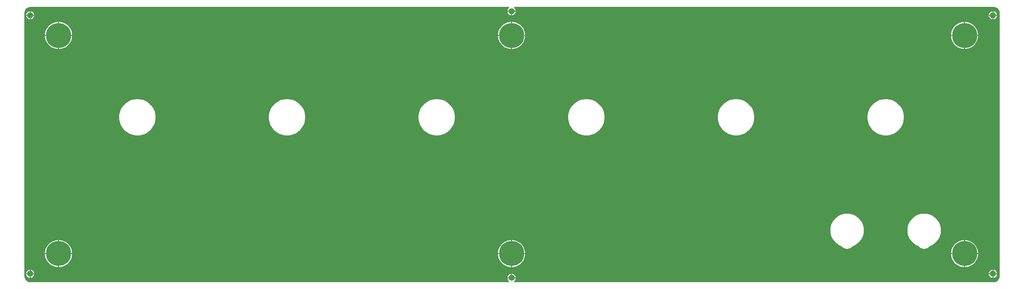
<source format=gbl>
G04*
G04 #@! TF.GenerationSoftware,Altium Limited,Altium Designer,25.8.1 (18)*
G04*
G04 Layer_Physical_Order=2*
G04 Layer_Color=16711680*
%FSLAX44Y44*%
%MOMM*%
G71*
G04*
G04 #@! TF.SameCoordinates,F476F1D3-1EEA-4DE3-8D48-3B5DE2A39FBC*
G04*
G04*
G04 #@! TF.FilePolarity,Positive*
G04*
G01*
G75*
%ADD14C,1.5000*%
%ADD15C,6.2000*%
G36*
X-6727Y340642D02*
X-6046Y338102D01*
X-6165Y338034D01*
X-8034Y336165D01*
X-9356Y333875D01*
X-10040Y331322D01*
Y331270D01*
X10040D01*
Y331322D01*
X9356Y333875D01*
X8034Y336165D01*
X6165Y338034D01*
X6046Y338102D01*
X6727Y340642D01*
X1192225Y340642D01*
X1195303Y340339D01*
X1197998Y339521D01*
X1200481Y338194D01*
X1202658Y336408D01*
X1204445Y334231D01*
X1205772Y331747D01*
X1206590Y329052D01*
X1206893Y325974D01*
Y-325975D01*
X1206590Y-329053D01*
X1205772Y-331748D01*
X1204445Y-334231D01*
X1202658Y-336408D01*
X1200481Y-338194D01*
X1197998Y-339522D01*
X1195303Y-340339D01*
X1192225Y-340642D01*
X6727Y-340642D01*
X6047Y-338102D01*
X6165Y-338034D01*
X8034Y-336165D01*
X9356Y-333875D01*
X10040Y-331322D01*
Y-331270D01*
X-10040D01*
Y-331322D01*
X-9356Y-333875D01*
X-8034Y-336165D01*
X-6165Y-338034D01*
X-6047Y-338102D01*
X-6727Y-340642D01*
X-1189724Y-340642D01*
X-1192802Y-340339D01*
X-1195497Y-339521D01*
X-1197980Y-338194D01*
X-1200157Y-336408D01*
X-1201944Y-334230D01*
X-1203271Y-331747D01*
X-1204089Y-329052D01*
X-1204392Y-325974D01*
Y325975D01*
X-1204089Y329053D01*
X-1203271Y331748D01*
X-1201944Y334231D01*
X-1200157Y336408D01*
X-1197980Y338194D01*
X-1195497Y339522D01*
X-1192802Y340339D01*
X-1189724Y340643D01*
X-6727Y340642D01*
D02*
G37*
%LPC*%
G36*
X1191322Y330040D02*
X1191270D01*
Y321270D01*
X1200040D01*
Y321322D01*
X1199356Y323875D01*
X1198034Y326165D01*
X1196165Y328034D01*
X1193875Y329356D01*
X1191322Y330040D01*
D02*
G37*
G36*
X1188730D02*
X1188678D01*
X1186125Y329356D01*
X1183835Y328034D01*
X1181966Y326165D01*
X1180644Y323875D01*
X1179960Y321322D01*
Y321270D01*
X1188730D01*
Y330040D01*
D02*
G37*
G36*
X-1188678D02*
X-1188730D01*
Y321270D01*
X-1179960D01*
Y321322D01*
X-1180644Y323875D01*
X-1181966Y326165D01*
X-1183835Y328034D01*
X-1186125Y329356D01*
X-1188678Y330040D01*
D02*
G37*
G36*
X-1191270D02*
X-1191322D01*
X-1193875Y329356D01*
X-1196165Y328034D01*
X-1198034Y326165D01*
X-1199356Y323875D01*
X-1200040Y321322D01*
Y321270D01*
X-1191270D01*
Y330040D01*
D02*
G37*
G36*
X10040Y328730D02*
X1270D01*
Y319960D01*
X1322D01*
X3875Y320644D01*
X6165Y321966D01*
X8034Y323835D01*
X9356Y326125D01*
X10040Y328678D01*
Y328730D01*
D02*
G37*
G36*
X-1270D02*
X-10040D01*
Y328678D01*
X-9356Y326125D01*
X-8034Y323835D01*
X-6165Y321966D01*
X-3875Y320644D01*
X-1322Y319960D01*
X-1270D01*
Y328730D01*
D02*
G37*
G36*
X1200040Y318730D02*
X1191270D01*
Y309960D01*
X1191322D01*
X1193875Y310644D01*
X1196165Y311966D01*
X1198034Y313835D01*
X1199356Y316125D01*
X1200040Y318678D01*
Y318730D01*
D02*
G37*
G36*
X1188730D02*
X1179960D01*
Y318678D01*
X1180644Y316125D01*
X1181966Y313835D01*
X1183835Y311966D01*
X1186125Y310644D01*
X1188678Y309960D01*
X1188730D01*
Y318730D01*
D02*
G37*
G36*
X-1179960D02*
X-1188730D01*
Y309960D01*
X-1188678D01*
X-1186125Y310644D01*
X-1183835Y311966D01*
X-1181966Y313835D01*
X-1180644Y316125D01*
X-1179960Y318678D01*
Y318730D01*
D02*
G37*
G36*
X-1191270D02*
X-1200040D01*
Y318678D01*
X-1199356Y316125D01*
X-1198034Y313835D01*
X-1196165Y311966D01*
X-1193875Y310644D01*
X-1191322Y309960D01*
X-1191270D01*
Y318730D01*
D02*
G37*
G36*
X1122640Y303540D02*
X1121270D01*
Y271270D01*
X1153540D01*
Y272640D01*
X1152714Y277854D01*
X1151083Y282875D01*
X1148686Y287579D01*
X1145583Y291850D01*
X1141850Y295583D01*
X1137579Y298686D01*
X1132875Y301083D01*
X1127854Y302714D01*
X1122640Y303540D01*
D02*
G37*
G36*
X1118730D02*
X1117360D01*
X1112146Y302714D01*
X1107125Y301083D01*
X1102421Y298686D01*
X1098150Y295583D01*
X1094417Y291850D01*
X1091314Y287579D01*
X1088917Y282875D01*
X1087286Y277854D01*
X1086460Y272640D01*
Y271270D01*
X1118730D01*
Y303540D01*
D02*
G37*
G36*
X2640D02*
X1270D01*
Y271270D01*
X33540D01*
Y272640D01*
X32714Y277854D01*
X31083Y282875D01*
X28686Y287579D01*
X25583Y291850D01*
X21850Y295583D01*
X17579Y298686D01*
X12875Y301083D01*
X7854Y302714D01*
X2640Y303540D01*
D02*
G37*
G36*
X-1270D02*
X-2640D01*
X-7854Y302714D01*
X-12875Y301083D01*
X-17579Y298686D01*
X-21850Y295583D01*
X-25583Y291850D01*
X-28686Y287579D01*
X-31083Y282875D01*
X-32714Y277854D01*
X-33540Y272640D01*
Y271270D01*
X-1270D01*
Y303540D01*
D02*
G37*
G36*
X-1117360D02*
X-1118730D01*
Y271270D01*
X-1086460D01*
Y272640D01*
X-1087286Y277854D01*
X-1088917Y282875D01*
X-1091314Y287579D01*
X-1094417Y291850D01*
X-1098150Y295583D01*
X-1102421Y298686D01*
X-1107125Y301083D01*
X-1112146Y302714D01*
X-1117360Y303540D01*
D02*
G37*
G36*
X-1121270D02*
X-1122640D01*
X-1127854Y302714D01*
X-1132875Y301083D01*
X-1137579Y298686D01*
X-1141850Y295583D01*
X-1145583Y291850D01*
X-1148686Y287579D01*
X-1151083Y282875D01*
X-1152714Y277854D01*
X-1153540Y272640D01*
Y271270D01*
X-1121270D01*
Y303540D01*
D02*
G37*
G36*
X1153540Y268730D02*
X1121270D01*
Y236460D01*
X1122640D01*
X1127854Y237286D01*
X1132875Y238917D01*
X1137579Y241314D01*
X1141850Y244417D01*
X1145583Y248150D01*
X1148686Y252421D01*
X1151083Y257125D01*
X1152714Y262146D01*
X1153540Y267360D01*
Y268730D01*
D02*
G37*
G36*
X1118730D02*
X1086460D01*
Y267360D01*
X1087286Y262146D01*
X1088917Y257125D01*
X1091314Y252421D01*
X1094417Y248150D01*
X1098150Y244417D01*
X1102421Y241314D01*
X1107125Y238917D01*
X1112146Y237286D01*
X1117360Y236460D01*
X1118730D01*
Y268730D01*
D02*
G37*
G36*
X33540D02*
X1270D01*
Y236460D01*
X2640D01*
X7854Y237286D01*
X12875Y238917D01*
X17579Y241314D01*
X21850Y244417D01*
X25583Y248150D01*
X28686Y252421D01*
X31083Y257125D01*
X32714Y262146D01*
X33540Y267360D01*
Y268730D01*
D02*
G37*
G36*
X-1270D02*
X-33540D01*
Y267360D01*
X-32714Y262146D01*
X-31083Y257125D01*
X-28686Y252421D01*
X-25583Y248150D01*
X-21850Y244417D01*
X-17579Y241314D01*
X-12875Y238917D01*
X-7854Y237286D01*
X-2640Y236460D01*
X-1270D01*
Y268730D01*
D02*
G37*
G36*
X-1086460D02*
X-1118730D01*
Y236460D01*
X-1117360D01*
X-1112146Y237286D01*
X-1107125Y238917D01*
X-1102421Y241314D01*
X-1098150Y244417D01*
X-1094417Y248150D01*
X-1091314Y252421D01*
X-1088917Y257125D01*
X-1087286Y262146D01*
X-1086460Y267360D01*
Y268730D01*
D02*
G37*
G36*
X-1121270D02*
X-1153540D01*
Y267360D01*
X-1152714Y262146D01*
X-1151083Y257125D01*
X-1148686Y252421D01*
X-1145583Y248150D01*
X-1141850Y244417D01*
X-1137579Y241314D01*
X-1132875Y238917D01*
X-1127854Y237286D01*
X-1122640Y236460D01*
X-1121270D01*
Y268730D01*
D02*
G37*
G36*
X927950Y112500D02*
X922051D01*
X916202Y111730D01*
X910504Y110203D01*
X905054Y107946D01*
X899946Y104996D01*
X895266Y101405D01*
X891095Y97234D01*
X887504Y92554D01*
X884554Y87446D01*
X882297Y81996D01*
X880770Y76298D01*
X880000Y70449D01*
Y64550D01*
X880770Y58702D01*
X882297Y53004D01*
X884554Y47554D01*
X887504Y42446D01*
X891095Y37766D01*
X895266Y33595D01*
X899946Y30004D01*
X905054Y27054D01*
X910504Y24797D01*
X916202Y23270D01*
X922051Y22500D01*
X927950D01*
X933798Y23270D01*
X939496Y24797D01*
X944946Y27054D01*
X950054Y30004D01*
X954734Y33595D01*
X958905Y37766D01*
X962496Y42446D01*
X965446Y47554D01*
X967703Y53004D01*
X969230Y58702D01*
X970000Y64550D01*
Y70449D01*
X969230Y76298D01*
X967703Y81996D01*
X965446Y87446D01*
X962496Y92554D01*
X958905Y97234D01*
X954734Y101405D01*
X950054Y104996D01*
X944946Y107946D01*
X939496Y110203D01*
X933798Y111730D01*
X927950Y112500D01*
D02*
G37*
G36*
X557949D02*
X552051D01*
X546202Y111730D01*
X540504Y110203D01*
X535054Y107946D01*
X529946Y104996D01*
X525266Y101405D01*
X521095Y97234D01*
X517504Y92554D01*
X514554Y87446D01*
X512297Y81996D01*
X510770Y76298D01*
X510000Y70449D01*
Y64550D01*
X510770Y58702D01*
X512297Y53004D01*
X514554Y47554D01*
X517504Y42446D01*
X521095Y37766D01*
X525266Y33595D01*
X529946Y30004D01*
X535054Y27054D01*
X540504Y24797D01*
X546202Y23270D01*
X552051Y22500D01*
X557949D01*
X563798Y23270D01*
X569496Y24797D01*
X574946Y27054D01*
X580054Y30004D01*
X584734Y33595D01*
X588905Y37766D01*
X592496Y42446D01*
X595446Y47554D01*
X597703Y53004D01*
X599230Y58702D01*
X600000Y64550D01*
Y70449D01*
X599230Y76298D01*
X597703Y81996D01*
X595446Y87446D01*
X592496Y92554D01*
X588905Y97234D01*
X584734Y101405D01*
X580054Y104996D01*
X574946Y107946D01*
X569496Y110203D01*
X563798Y111730D01*
X557949Y112500D01*
D02*
G37*
G36*
X187949D02*
X182050D01*
X176202Y111730D01*
X170504Y110203D01*
X165054Y107946D01*
X159946Y104996D01*
X155266Y101405D01*
X151095Y97234D01*
X147504Y92554D01*
X144554Y87446D01*
X142297Y81996D01*
X140770Y76298D01*
X140000Y70449D01*
Y64550D01*
X140770Y58702D01*
X142297Y53004D01*
X144554Y47554D01*
X147504Y42446D01*
X151095Y37766D01*
X155266Y33595D01*
X159946Y30004D01*
X165054Y27054D01*
X170504Y24797D01*
X176202Y23270D01*
X182050Y22500D01*
X187949D01*
X193798Y23270D01*
X199496Y24797D01*
X204946Y27054D01*
X210054Y30004D01*
X214734Y33595D01*
X218905Y37766D01*
X222496Y42446D01*
X225446Y47554D01*
X227703Y53004D01*
X229230Y58702D01*
X230000Y64550D01*
Y70449D01*
X229230Y76298D01*
X227703Y81996D01*
X225446Y87446D01*
X222496Y92554D01*
X218905Y97234D01*
X214734Y101405D01*
X210054Y104996D01*
X204946Y107946D01*
X199496Y110203D01*
X193798Y111730D01*
X187949Y112500D01*
D02*
G37*
G36*
X-182051D02*
X-187950D01*
X-193798Y111730D01*
X-199496Y110203D01*
X-204946Y107946D01*
X-210054Y104996D01*
X-214734Y101405D01*
X-218905Y97234D01*
X-222496Y92554D01*
X-225446Y87446D01*
X-227703Y81996D01*
X-229230Y76298D01*
X-230000Y70449D01*
Y64550D01*
X-229230Y58702D01*
X-227703Y53004D01*
X-225446Y47554D01*
X-222496Y42446D01*
X-218905Y37766D01*
X-214734Y33595D01*
X-210054Y30004D01*
X-204946Y27054D01*
X-199496Y24797D01*
X-193798Y23270D01*
X-187950Y22500D01*
X-182051D01*
X-176202Y23270D01*
X-170504Y24797D01*
X-165054Y27054D01*
X-159946Y30004D01*
X-155266Y33595D01*
X-151095Y37766D01*
X-147504Y42446D01*
X-144554Y47554D01*
X-142297Y53004D01*
X-140770Y58702D01*
X-140000Y64550D01*
Y70449D01*
X-140770Y76298D01*
X-142297Y81996D01*
X-144554Y87446D01*
X-147504Y92554D01*
X-151095Y97234D01*
X-155266Y101405D01*
X-159946Y104996D01*
X-165054Y107946D01*
X-170504Y110203D01*
X-176202Y111730D01*
X-182051Y112500D01*
D02*
G37*
G36*
X-552051D02*
X-557949D01*
X-563798Y111730D01*
X-569496Y110203D01*
X-574946Y107946D01*
X-580054Y104996D01*
X-584734Y101405D01*
X-588905Y97234D01*
X-592496Y92554D01*
X-595446Y87446D01*
X-597703Y81996D01*
X-599230Y76298D01*
X-600000Y70449D01*
Y64550D01*
X-599230Y58702D01*
X-597703Y53004D01*
X-595446Y47554D01*
X-592496Y42446D01*
X-588905Y37766D01*
X-584734Y33595D01*
X-580054Y30004D01*
X-574946Y27054D01*
X-569496Y24797D01*
X-563798Y23270D01*
X-557949Y22500D01*
X-552051D01*
X-546202Y23270D01*
X-540504Y24797D01*
X-535054Y27054D01*
X-529946Y30004D01*
X-525266Y33595D01*
X-521095Y37766D01*
X-517504Y42446D01*
X-514554Y47554D01*
X-512297Y53004D01*
X-510770Y58702D01*
X-510000Y64550D01*
Y70449D01*
X-510770Y76298D01*
X-512297Y81996D01*
X-514554Y87446D01*
X-517504Y92554D01*
X-521095Y97234D01*
X-525266Y101405D01*
X-529946Y104996D01*
X-535054Y107946D01*
X-540504Y110203D01*
X-546202Y111730D01*
X-552051Y112500D01*
D02*
G37*
G36*
X-922051D02*
X-927950D01*
X-933798Y111730D01*
X-939496Y110203D01*
X-944946Y107946D01*
X-950054Y104996D01*
X-954734Y101405D01*
X-958905Y97234D01*
X-962496Y92554D01*
X-965446Y87446D01*
X-967703Y81996D01*
X-969230Y76298D01*
X-970000Y70449D01*
Y64550D01*
X-969230Y58702D01*
X-967703Y53004D01*
X-965446Y47554D01*
X-962496Y42446D01*
X-958905Y37766D01*
X-954734Y33595D01*
X-950054Y30004D01*
X-944946Y27054D01*
X-939496Y24797D01*
X-933798Y23270D01*
X-927950Y22500D01*
X-922051D01*
X-916202Y23270D01*
X-910504Y24797D01*
X-905054Y27054D01*
X-899946Y30004D01*
X-895266Y33595D01*
X-891095Y37766D01*
X-887504Y42446D01*
X-884554Y47554D01*
X-882297Y53004D01*
X-880770Y58702D01*
X-880000Y64550D01*
Y70449D01*
X-880770Y76298D01*
X-882297Y81996D01*
X-884554Y87446D01*
X-887504Y92554D01*
X-891095Y97234D01*
X-895266Y101405D01*
X-899946Y104996D01*
X-905054Y107946D01*
X-910504Y110203D01*
X-916202Y111730D01*
X-922051Y112500D01*
D02*
G37*
G36*
X1020000Y-171162D02*
X1014604Y-171515D01*
X1009301Y-172570D01*
X1004180Y-174308D01*
X999331Y-176700D01*
X994835Y-179704D01*
X990769Y-183269D01*
X987204Y-187335D01*
X984200Y-191831D01*
X981808Y-196681D01*
X980070Y-201801D01*
X979015Y-207104D01*
X978661Y-212500D01*
X979015Y-217896D01*
X980070Y-223199D01*
X981808Y-228320D01*
X984200Y-233169D01*
X987204Y-237665D01*
X990769Y-241731D01*
X994835Y-245296D01*
X999331Y-248300D01*
X1004180Y-250692D01*
X1007185Y-251712D01*
X1008809Y-253691D01*
X1011207Y-255659D01*
X1013944Y-257122D01*
X1016913Y-258022D01*
X1020000Y-258326D01*
X1023087Y-258022D01*
X1026056Y-257122D01*
X1028793Y-255659D01*
X1031191Y-253691D01*
X1032815Y-251712D01*
X1035819Y-250692D01*
X1040669Y-248300D01*
X1045165Y-245296D01*
X1049231Y-241731D01*
X1052796Y-237665D01*
X1055800Y-233169D01*
X1058192Y-228320D01*
X1059930Y-223199D01*
X1060985Y-217896D01*
X1061338Y-212500D01*
X1060985Y-207104D01*
X1059930Y-201801D01*
X1058192Y-196681D01*
X1055800Y-191831D01*
X1052796Y-187335D01*
X1049231Y-183269D01*
X1045165Y-179704D01*
X1040669Y-176700D01*
X1035819Y-174308D01*
X1030699Y-172570D01*
X1025396Y-171515D01*
X1020000Y-171162D01*
D02*
G37*
G36*
X829499Y-171162D02*
X824103Y-171515D01*
X818799Y-172570D01*
X813679Y-174308D01*
X808829Y-176700D01*
X804333Y-179704D01*
X800268Y-183270D01*
X796703Y-187335D01*
X793698Y-191831D01*
X791307Y-196681D01*
X789569Y-201801D01*
X788514Y-207104D01*
X788160Y-212500D01*
X788514Y-217896D01*
X789569Y-223199D01*
X791307Y-228320D01*
X793698Y-233169D01*
X796703Y-237666D01*
X800268Y-241731D01*
X804333Y-245296D01*
X808829Y-248300D01*
X813679Y-250692D01*
X816684Y-251712D01*
X818308Y-253691D01*
X820706Y-255659D01*
X823442Y-257122D01*
X826411Y-258022D01*
X829499Y-258326D01*
X832586Y-258022D01*
X835555Y-257122D01*
X838291Y-255659D01*
X840689Y-253691D01*
X842314Y-251712D01*
X845318Y-250692D01*
X850168Y-248300D01*
X854664Y-245296D01*
X858729Y-241731D01*
X862295Y-237666D01*
X865299Y-233169D01*
X867690Y-228320D01*
X869428Y-223199D01*
X870483Y-217896D01*
X870837Y-212500D01*
X870483Y-207104D01*
X869428Y-201801D01*
X867690Y-196681D01*
X865299Y-191831D01*
X862295Y-187335D01*
X858729Y-183270D01*
X854664Y-179704D01*
X850168Y-176700D01*
X845318Y-174308D01*
X840198Y-172570D01*
X834894Y-171515D01*
X829499Y-171162D01*
D02*
G37*
G36*
X1122640Y-236460D02*
X1121270D01*
Y-268730D01*
X1153540D01*
Y-267360D01*
X1152714Y-262146D01*
X1151083Y-257125D01*
X1148686Y-252421D01*
X1145583Y-248150D01*
X1141850Y-244417D01*
X1137579Y-241314D01*
X1132875Y-238917D01*
X1127854Y-237286D01*
X1122640Y-236460D01*
D02*
G37*
G36*
X1118730D02*
X1117360D01*
X1112146Y-237286D01*
X1107125Y-238917D01*
X1102421Y-241314D01*
X1098150Y-244417D01*
X1094417Y-248150D01*
X1091314Y-252421D01*
X1088917Y-257125D01*
X1087286Y-262146D01*
X1086460Y-267360D01*
Y-268730D01*
X1118730D01*
Y-236460D01*
D02*
G37*
G36*
X2640D02*
X1270D01*
Y-268730D01*
X33540D01*
Y-267360D01*
X32714Y-262146D01*
X31083Y-257125D01*
X28686Y-252421D01*
X25583Y-248150D01*
X21850Y-244417D01*
X17579Y-241314D01*
X12875Y-238917D01*
X7854Y-237286D01*
X2640Y-236460D01*
D02*
G37*
G36*
X-1270D02*
X-2640D01*
X-7854Y-237286D01*
X-12875Y-238917D01*
X-17579Y-241314D01*
X-21850Y-244417D01*
X-25583Y-248150D01*
X-28686Y-252421D01*
X-31083Y-257125D01*
X-32714Y-262146D01*
X-33540Y-267360D01*
Y-268730D01*
X-1270D01*
Y-236460D01*
D02*
G37*
G36*
X-1117360D02*
X-1118730D01*
Y-268730D01*
X-1086460D01*
Y-267360D01*
X-1087286Y-262146D01*
X-1088917Y-257125D01*
X-1091314Y-252421D01*
X-1094417Y-248150D01*
X-1098150Y-244417D01*
X-1102421Y-241314D01*
X-1107125Y-238917D01*
X-1112146Y-237286D01*
X-1117360Y-236460D01*
D02*
G37*
G36*
X-1121270D02*
X-1122640D01*
X-1127854Y-237286D01*
X-1132875Y-238917D01*
X-1137579Y-241314D01*
X-1141850Y-244417D01*
X-1145583Y-248150D01*
X-1148686Y-252421D01*
X-1151083Y-257125D01*
X-1152714Y-262146D01*
X-1153540Y-267360D01*
Y-268730D01*
X-1121270D01*
Y-236460D01*
D02*
G37*
G36*
X1153540Y-271270D02*
X1121270D01*
Y-303540D01*
X1122640D01*
X1127854Y-302714D01*
X1132875Y-301083D01*
X1137579Y-298686D01*
X1141850Y-295583D01*
X1145583Y-291850D01*
X1148686Y-287579D01*
X1151083Y-282875D01*
X1152714Y-277854D01*
X1153540Y-272640D01*
Y-271270D01*
D02*
G37*
G36*
X1118730D02*
X1086460D01*
Y-272640D01*
X1087286Y-277854D01*
X1088917Y-282875D01*
X1091314Y-287579D01*
X1094417Y-291850D01*
X1098150Y-295583D01*
X1102421Y-298686D01*
X1107125Y-301083D01*
X1112146Y-302714D01*
X1117360Y-303540D01*
X1118730D01*
Y-271270D01*
D02*
G37*
G36*
X33540D02*
X1270D01*
Y-303540D01*
X2640D01*
X7854Y-302714D01*
X12875Y-301083D01*
X17579Y-298686D01*
X21850Y-295583D01*
X25583Y-291850D01*
X28686Y-287579D01*
X31083Y-282875D01*
X32714Y-277854D01*
X33540Y-272640D01*
Y-271270D01*
D02*
G37*
G36*
X-1270D02*
X-33540D01*
Y-272640D01*
X-32714Y-277854D01*
X-31083Y-282875D01*
X-28686Y-287579D01*
X-25583Y-291850D01*
X-21850Y-295583D01*
X-17579Y-298686D01*
X-12875Y-301083D01*
X-7854Y-302714D01*
X-2640Y-303540D01*
X-1270D01*
Y-271270D01*
D02*
G37*
G36*
X-1086460D02*
X-1118730D01*
Y-303540D01*
X-1117360D01*
X-1112146Y-302714D01*
X-1107125Y-301083D01*
X-1102421Y-298686D01*
X-1098150Y-295583D01*
X-1094417Y-291850D01*
X-1091314Y-287579D01*
X-1088917Y-282875D01*
X-1087286Y-277854D01*
X-1086460Y-272640D01*
Y-271270D01*
D02*
G37*
G36*
X-1121270D02*
X-1153540D01*
Y-272640D01*
X-1152714Y-277854D01*
X-1151083Y-282875D01*
X-1148686Y-287579D01*
X-1145583Y-291850D01*
X-1141850Y-295583D01*
X-1137579Y-298686D01*
X-1132875Y-301083D01*
X-1127854Y-302714D01*
X-1122640Y-303540D01*
X-1121270D01*
Y-271270D01*
D02*
G37*
G36*
X1191322Y-309960D02*
X1191270D01*
Y-318730D01*
X1200040D01*
Y-318678D01*
X1199356Y-316125D01*
X1198034Y-313835D01*
X1196165Y-311966D01*
X1193875Y-310644D01*
X1191322Y-309960D01*
D02*
G37*
G36*
X1188730D02*
X1188678D01*
X1186125Y-310644D01*
X1183835Y-311966D01*
X1181966Y-313835D01*
X1180644Y-316125D01*
X1179960Y-318678D01*
Y-318730D01*
X1188730D01*
Y-309960D01*
D02*
G37*
G36*
X-1188678D02*
X-1188730D01*
Y-318730D01*
X-1179960D01*
Y-318678D01*
X-1180644Y-316125D01*
X-1181966Y-313835D01*
X-1183835Y-311966D01*
X-1186125Y-310644D01*
X-1188678Y-309960D01*
D02*
G37*
G36*
X-1191270D02*
X-1191322D01*
X-1193875Y-310644D01*
X-1196165Y-311966D01*
X-1198034Y-313835D01*
X-1199356Y-316125D01*
X-1200040Y-318678D01*
Y-318730D01*
X-1191270D01*
Y-309960D01*
D02*
G37*
G36*
X1322Y-319960D02*
X1270D01*
Y-328730D01*
X10040D01*
Y-328678D01*
X9356Y-326125D01*
X8034Y-323835D01*
X6165Y-321966D01*
X3875Y-320644D01*
X1322Y-319960D01*
D02*
G37*
G36*
X-1270D02*
X-1322D01*
X-3875Y-320644D01*
X-6165Y-321966D01*
X-8034Y-323835D01*
X-9356Y-326125D01*
X-10040Y-328678D01*
Y-328730D01*
X-1270D01*
Y-319960D01*
D02*
G37*
G36*
X1200040Y-321270D02*
X1191270D01*
Y-330040D01*
X1191322D01*
X1193875Y-329356D01*
X1196165Y-328034D01*
X1198034Y-326165D01*
X1199356Y-323875D01*
X1200040Y-321322D01*
Y-321270D01*
D02*
G37*
G36*
X1188730D02*
X1179960D01*
Y-321322D01*
X1180644Y-323875D01*
X1181966Y-326165D01*
X1183835Y-328034D01*
X1186125Y-329356D01*
X1188678Y-330040D01*
X1188730D01*
Y-321270D01*
D02*
G37*
G36*
X-1179960D02*
X-1188730D01*
Y-330040D01*
X-1188678D01*
X-1186125Y-329356D01*
X-1183835Y-328034D01*
X-1181966Y-326165D01*
X-1180644Y-323875D01*
X-1179960Y-321322D01*
Y-321270D01*
D02*
G37*
G36*
X-1191270D02*
X-1200040D01*
Y-321322D01*
X-1199356Y-323875D01*
X-1198034Y-326165D01*
X-1196165Y-328034D01*
X-1193875Y-329356D01*
X-1191322Y-330040D01*
X-1191270D01*
Y-321270D01*
D02*
G37*
%LPD*%
D14*
X0Y330000D02*
D03*
Y-330000D02*
D03*
X1190000Y320000D02*
D03*
X-1190000Y-320000D02*
D03*
Y320000D02*
D03*
X1190000Y-320000D02*
D03*
D15*
X0Y270000D02*
D03*
Y-270000D02*
D03*
X-1120000Y270000D02*
D03*
Y-270000D02*
D03*
X1120000Y270000D02*
D03*
Y-270000D02*
D03*
M02*

</source>
